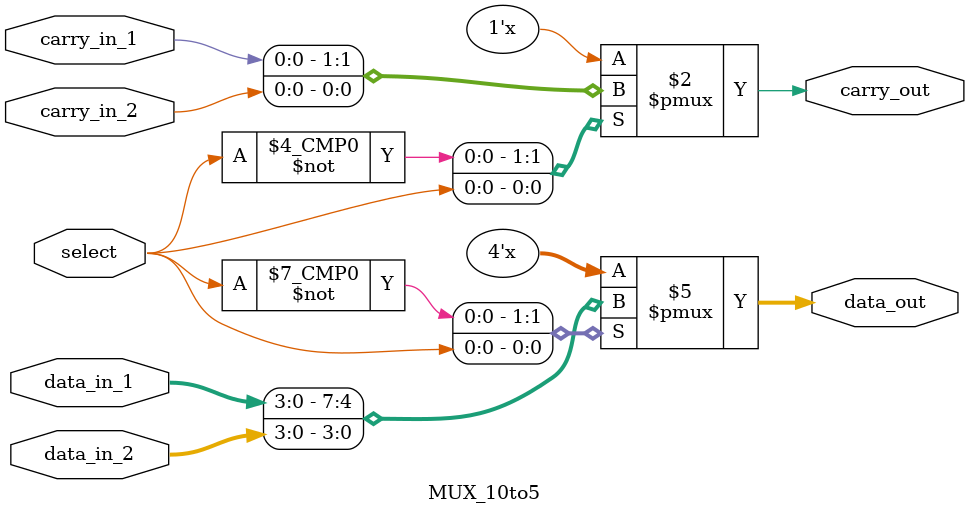
<source format=v>
module MUX_10to5 
(
    input [3 : 0] data_in_1,        // RCA output
    input [3 : 0] data_in_2,        // Basic Block output
    input select,                   // Select pin = Carry

    input carry_in_1,               // Input carry 1
    input carry_in_2,               // Input carry 2

    output reg [3 : 0] data_out,    // Data out
    output reg carry_out            // Output carry
);

    always @(*) 
    begin
        case (select)
            1'b0: begin data_out = data_in_1; carry_out = carry_in_1; end
            1'b1: begin data_out = data_in_2; carry_out = carry_in_2; end
            default: begin data_out = 4'bz; carry_out = 1'bz; end
        endcase
    end

endmodule
</source>
